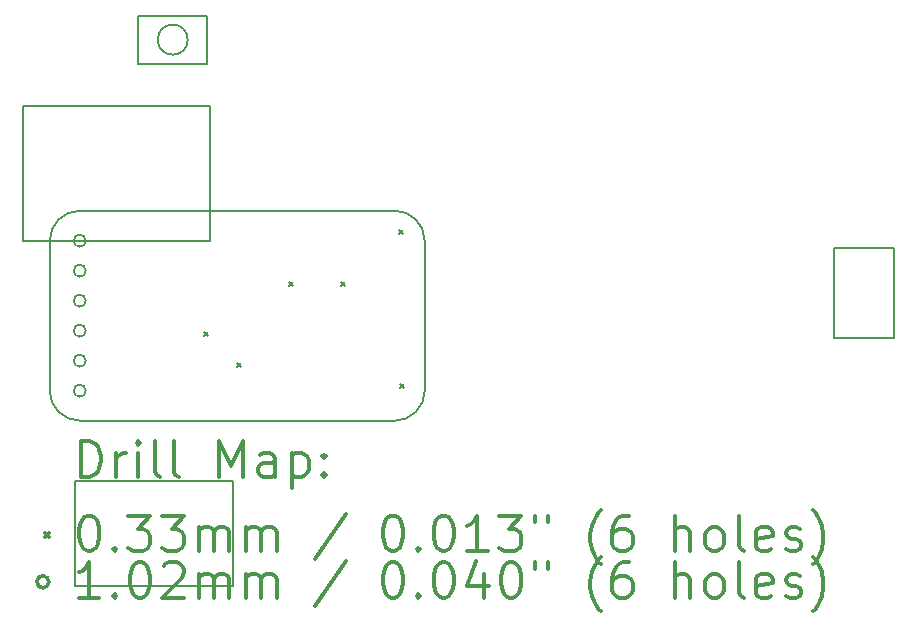
<source format=gbr>
G04 This is an RS-274x file exported by *
G04 gerbv version 2.6.0 *
G04 More information is available about gerbv at *
G04 http://gerbv.gpleda.org/ *
G04 --End of header info--*
%MOIN*%
%FSLAX34Y34*%
%IPPOS*%
G04 --Define apertures--*
%ADD10C,0.0050*%
%ADD11C,0.0060*%
%ADD12C,0.0079*%
%ADD13C,0.0118*%
%ADD14C,0.0138*%
%ADD15C,0.0059*%
G04 --Start main section--*
G54D11*
G01X0043100Y-036000D02*
G75*
G03X0042100Y-037000I0000000J-001000D01*
G01X0043100Y-043000D02*
G01X0053600Y-043000D01*
G01X0042100Y-037000D02*
G01X0042100Y-042000D01*
G01X0053600Y-036000D02*
G01X0043100Y-036000D01*
G01X0054600Y-037000D02*
G01X0054600Y-042000D01*
G01X0053600Y-043000D02*
G75*
G03X0054600Y-042000I0000000J0001000D01*
G01X0054600Y-037000D02*
G75*
G03X0053600Y-036000I-001000J0000000D01*
G01X0042100Y-042000D02*
G75*
G03X0043100Y-043000I0001000J0000000D01*
G54D12*
G01X0047235Y-040035D02*
G01X0047365Y-040165D01*
G01X0047365Y-040035D02*
G01X0047235Y-040165D01*
G01X0048335Y-041069D02*
G01X0048465Y-041199D01*
G01X0048465Y-041069D02*
G01X0048335Y-041199D01*
G01X0050065Y-038387D02*
G01X0050195Y-038517D01*
G01X0050195Y-038387D02*
G01X0050065Y-038517D01*
G01X0051801Y-038367D02*
G01X0051931Y-038497D01*
G01X0051931Y-038367D02*
G01X0051801Y-038497D01*
G01X0053753Y-036651D02*
G01X0053883Y-036781D01*
G01X0053883Y-036651D02*
G01X0053753Y-036781D01*
G01X0053763Y-041767D02*
G01X0053893Y-041897D01*
G01X0053893Y-041767D02*
G01X0053763Y-041897D01*
G01X0043300Y-037000D02*
G75*
G03X0043300Y-037000I-000200J0000000D01*
G01X0043300Y-038000D02*
G75*
G03X0043300Y-038000I-000200J0000000D01*
G01X0043300Y-039000D02*
G75*
G03X0043300Y-039000I-000200J0000000D01*
G01X0043300Y-040000D02*
G75*
G03X0043300Y-040000I-000200J0000000D01*
G01X0043300Y-041000D02*
G75*
G03X0043300Y-041000I-000200J0000000D01*
G01X0043300Y-042000D02*
G75*
G03X0043300Y-042000I-000200J0000000D01*
G54D13*
G01X0043139Y-044864D02*
G01X0043139Y-043682D01*
G01X0043139Y-043682D02*
G01X0043420Y-043682D01*
G01X0043420Y-043682D02*
G01X0043589Y-043739D01*
G01X0043589Y-043739D02*
G01X0043701Y-043851D01*
G01X0043701Y-043851D02*
G01X0043757Y-043964D01*
G01X0043757Y-043964D02*
G01X0043814Y-044189D01*
G01X0043814Y-044189D02*
G01X0043814Y-044357D01*
G01X0043814Y-044357D02*
G01X0043757Y-044582D01*
G01X0043757Y-044582D02*
G01X0043701Y-044695D01*
G01X0043701Y-044695D02*
G01X0043589Y-044807D01*
G01X0043589Y-044807D02*
G01X0043420Y-044864D01*
G01X0043420Y-044864D02*
G01X0043139Y-044864D01*
G01X0044320Y-044864D02*
G01X0044320Y-044076D01*
G01X0044320Y-044301D02*
G01X0044376Y-044189D01*
G01X0044376Y-044189D02*
G01X0044432Y-044132D01*
G01X0044432Y-044132D02*
G01X0044545Y-044076D01*
G01X0044545Y-044076D02*
G01X0044657Y-044076D01*
G01X0045051Y-044864D02*
G01X0045051Y-044076D01*
G01X0045051Y-043682D02*
G01X0044995Y-043739D01*
G01X0044995Y-043739D02*
G01X0045051Y-043795D01*
G01X0045051Y-043795D02*
G01X0045107Y-043739D01*
G01X0045107Y-043739D02*
G01X0045051Y-043682D01*
G01X0045051Y-043682D02*
G01X0045051Y-043795D01*
G01X0045782Y-044864D02*
G01X0045670Y-044807D01*
G01X0045670Y-044807D02*
G01X0045613Y-044695D01*
G01X0045613Y-044695D02*
G01X0045613Y-043682D01*
G01X0046401Y-044864D02*
G01X0046288Y-044807D01*
G01X0046288Y-044807D02*
G01X0046232Y-044695D01*
G01X0046232Y-044695D02*
G01X0046232Y-043682D01*
G01X0047751Y-044864D02*
G01X0047751Y-043682D01*
G01X0047751Y-043682D02*
G01X0048144Y-044526D01*
G01X0048144Y-044526D02*
G01X0048538Y-043682D01*
G01X0048538Y-043682D02*
G01X0048538Y-044864D01*
G01X0049607Y-044864D02*
G01X0049607Y-044245D01*
G01X0049607Y-044245D02*
G01X0049550Y-044132D01*
G01X0049550Y-044132D02*
G01X0049438Y-044076D01*
G01X0049438Y-044076D02*
G01X0049213Y-044076D01*
G01X0049213Y-044076D02*
G01X0049100Y-044132D01*
G01X0049607Y-044807D02*
G01X0049494Y-044864D01*
G01X0049494Y-044864D02*
G01X0049213Y-044864D01*
G01X0049213Y-044864D02*
G01X0049100Y-044807D01*
G01X0049100Y-044807D02*
G01X0049044Y-044695D01*
G01X0049044Y-044695D02*
G01X0049044Y-044582D01*
G01X0049044Y-044582D02*
G01X0049100Y-044470D01*
G01X0049100Y-044470D02*
G01X0049213Y-044414D01*
G01X0049213Y-044414D02*
G01X0049494Y-044414D01*
G01X0049494Y-044414D02*
G01X0049607Y-044357D01*
G01X0050169Y-044076D02*
G01X0050169Y-045257D01*
G01X0050169Y-044132D02*
G01X0050281Y-044076D01*
G01X0050281Y-044076D02*
G01X0050506Y-044076D01*
G01X0050506Y-044076D02*
G01X0050619Y-044132D01*
G01X0050619Y-044132D02*
G01X0050675Y-044189D01*
G01X0050675Y-044189D02*
G01X0050731Y-044301D01*
G01X0050731Y-044301D02*
G01X0050731Y-044639D01*
G01X0050731Y-044639D02*
G01X0050675Y-044751D01*
G01X0050675Y-044751D02*
G01X0050619Y-044807D01*
G01X0050619Y-044807D02*
G01X0050506Y-044864D01*
G01X0050506Y-044864D02*
G01X0050281Y-044864D01*
G01X0050281Y-044864D02*
G01X0050169Y-044807D01*
G01X0051238Y-044751D02*
G01X0051294Y-044807D01*
G01X0051294Y-044807D02*
G01X0051238Y-044864D01*
G01X0051238Y-044864D02*
G01X0051181Y-044807D01*
G01X0051181Y-044807D02*
G01X0051238Y-044751D01*
G01X0051238Y-044751D02*
G01X0051238Y-044864D01*
G01X0051238Y-044132D02*
G01X0051294Y-044189D01*
G01X0051294Y-044189D02*
G01X0051238Y-044245D01*
G01X0051238Y-044245D02*
G01X0051181Y-044189D01*
G01X0051181Y-044189D02*
G01X0051238Y-044132D01*
G01X0051238Y-044132D02*
G01X0051238Y-044245D01*
G01X0041940Y-046745D02*
G01X0042070Y-046875D01*
G01X0042070Y-046745D02*
G01X0041940Y-046875D01*
G01X0043364Y-046163D02*
G01X0043476Y-046163D01*
G01X0043476Y-046163D02*
G01X0043589Y-046219D01*
G01X0043589Y-046219D02*
G01X0043645Y-046275D01*
G01X0043645Y-046275D02*
G01X0043701Y-046388D01*
G01X0043701Y-046388D02*
G01X0043757Y-046613D01*
G01X0043757Y-046613D02*
G01X0043757Y-046894D01*
G01X0043757Y-046894D02*
G01X0043701Y-047119D01*
G01X0043701Y-047119D02*
G01X0043645Y-047231D01*
G01X0043645Y-047231D02*
G01X0043589Y-047288D01*
G01X0043589Y-047288D02*
G01X0043476Y-047344D01*
G01X0043476Y-047344D02*
G01X0043364Y-047344D01*
G01X0043364Y-047344D02*
G01X0043251Y-047288D01*
G01X0043251Y-047288D02*
G01X0043195Y-047231D01*
G01X0043195Y-047231D02*
G01X0043139Y-047119D01*
G01X0043139Y-047119D02*
G01X0043082Y-046894D01*
G01X0043082Y-046894D02*
G01X0043082Y-046613D01*
G01X0043082Y-046613D02*
G01X0043139Y-046388D01*
G01X0043139Y-046388D02*
G01X0043195Y-046275D01*
G01X0043195Y-046275D02*
G01X0043251Y-046219D01*
G01X0043251Y-046219D02*
G01X0043364Y-046163D01*
G01X0044263Y-047231D02*
G01X0044320Y-047288D01*
G01X0044320Y-047288D02*
G01X0044263Y-047344D01*
G01X0044263Y-047344D02*
G01X0044207Y-047288D01*
G01X0044207Y-047288D02*
G01X0044263Y-047231D01*
G01X0044263Y-047231D02*
G01X0044263Y-047344D01*
G01X0044713Y-046163D02*
G01X0045445Y-046163D01*
G01X0045445Y-046163D02*
G01X0045051Y-046613D01*
G01X0045051Y-046613D02*
G01X0045220Y-046613D01*
G01X0045220Y-046613D02*
G01X0045332Y-046669D01*
G01X0045332Y-046669D02*
G01X0045388Y-046725D01*
G01X0045388Y-046725D02*
G01X0045445Y-046838D01*
G01X0045445Y-046838D02*
G01X0045445Y-047119D01*
G01X0045445Y-047119D02*
G01X0045388Y-047231D01*
G01X0045388Y-047231D02*
G01X0045332Y-047288D01*
G01X0045332Y-047288D02*
G01X0045220Y-047344D01*
G01X0045220Y-047344D02*
G01X0044882Y-047344D01*
G01X0044882Y-047344D02*
G01X0044770Y-047288D01*
G01X0044770Y-047288D02*
G01X0044713Y-047231D01*
G01X0045838Y-046163D02*
G01X0046569Y-046163D01*
G01X0046569Y-046163D02*
G01X0046176Y-046613D01*
G01X0046176Y-046613D02*
G01X0046344Y-046613D01*
G01X0046344Y-046613D02*
G01X0046457Y-046669D01*
G01X0046457Y-046669D02*
G01X0046513Y-046725D01*
G01X0046513Y-046725D02*
G01X0046569Y-046838D01*
G01X0046569Y-046838D02*
G01X0046569Y-047119D01*
G01X0046569Y-047119D02*
G01X0046513Y-047231D01*
G01X0046513Y-047231D02*
G01X0046457Y-047288D01*
G01X0046457Y-047288D02*
G01X0046344Y-047344D01*
G01X0046344Y-047344D02*
G01X0046007Y-047344D01*
G01X0046007Y-047344D02*
G01X0045895Y-047288D01*
G01X0045895Y-047288D02*
G01X0045838Y-047231D01*
G01X0047076Y-047344D02*
G01X0047076Y-046556D01*
G01X0047076Y-046669D02*
G01X0047132Y-046613D01*
G01X0047132Y-046613D02*
G01X0047244Y-046556D01*
G01X0047244Y-046556D02*
G01X0047413Y-046556D01*
G01X0047413Y-046556D02*
G01X0047526Y-046613D01*
G01X0047526Y-046613D02*
G01X0047582Y-046725D01*
G01X0047582Y-046725D02*
G01X0047582Y-047344D01*
G01X0047582Y-046725D02*
G01X0047638Y-046613D01*
G01X0047638Y-046613D02*
G01X0047751Y-046556D01*
G01X0047751Y-046556D02*
G01X0047919Y-046556D01*
G01X0047919Y-046556D02*
G01X0048032Y-046613D01*
G01X0048032Y-046613D02*
G01X0048088Y-046725D01*
G01X0048088Y-046725D02*
G01X0048088Y-047344D01*
G01X0048650Y-047344D02*
G01X0048650Y-046556D01*
G01X0048650Y-046669D02*
G01X0048707Y-046613D01*
G01X0048707Y-046613D02*
G01X0048819Y-046556D01*
G01X0048819Y-046556D02*
G01X0048988Y-046556D01*
G01X0048988Y-046556D02*
G01X0049100Y-046613D01*
G01X0049100Y-046613D02*
G01X0049157Y-046725D01*
G01X0049157Y-046725D02*
G01X0049157Y-047344D01*
G01X0049157Y-046725D02*
G01X0049213Y-046613D01*
G01X0049213Y-046613D02*
G01X0049325Y-046556D01*
G01X0049325Y-046556D02*
G01X0049494Y-046556D01*
G01X0049494Y-046556D02*
G01X0049607Y-046613D01*
G01X0049607Y-046613D02*
G01X0049663Y-046725D01*
G01X0049663Y-046725D02*
G01X0049663Y-047344D01*
G01X0051969Y-046106D02*
G01X0050956Y-047625D01*
G01X0053487Y-046163D02*
G01X0053600Y-046163D01*
G01X0053600Y-046163D02*
G01X0053712Y-046219D01*
G01X0053712Y-046219D02*
G01X0053769Y-046275D01*
G01X0053769Y-046275D02*
G01X0053825Y-046388D01*
G01X0053825Y-046388D02*
G01X0053881Y-046613D01*
G01X0053881Y-046613D02*
G01X0053881Y-046894D01*
G01X0053881Y-046894D02*
G01X0053825Y-047119D01*
G01X0053825Y-047119D02*
G01X0053769Y-047231D01*
G01X0053769Y-047231D02*
G01X0053712Y-047288D01*
G01X0053712Y-047288D02*
G01X0053600Y-047344D01*
G01X0053600Y-047344D02*
G01X0053487Y-047344D01*
G01X0053487Y-047344D02*
G01X0053375Y-047288D01*
G01X0053375Y-047288D02*
G01X0053319Y-047231D01*
G01X0053319Y-047231D02*
G01X0053262Y-047119D01*
G01X0053262Y-047119D02*
G01X0053206Y-046894D01*
G01X0053206Y-046894D02*
G01X0053206Y-046613D01*
G01X0053206Y-046613D02*
G01X0053262Y-046388D01*
G01X0053262Y-046388D02*
G01X0053319Y-046275D01*
G01X0053319Y-046275D02*
G01X0053375Y-046219D01*
G01X0053375Y-046219D02*
G01X0053487Y-046163D01*
G01X0054387Y-047231D02*
G01X0054443Y-047288D01*
G01X0054443Y-047288D02*
G01X0054387Y-047344D01*
G01X0054387Y-047344D02*
G01X0054331Y-047288D01*
G01X0054331Y-047288D02*
G01X0054387Y-047231D01*
G01X0054387Y-047231D02*
G01X0054387Y-047344D01*
G01X0055175Y-046163D02*
G01X0055287Y-046163D01*
G01X0055287Y-046163D02*
G01X0055400Y-046219D01*
G01X0055400Y-046219D02*
G01X0055456Y-046275D01*
G01X0055456Y-046275D02*
G01X0055512Y-046388D01*
G01X0055512Y-046388D02*
G01X0055568Y-046613D01*
G01X0055568Y-046613D02*
G01X0055568Y-046894D01*
G01X0055568Y-046894D02*
G01X0055512Y-047119D01*
G01X0055512Y-047119D02*
G01X0055456Y-047231D01*
G01X0055456Y-047231D02*
G01X0055400Y-047288D01*
G01X0055400Y-047288D02*
G01X0055287Y-047344D01*
G01X0055287Y-047344D02*
G01X0055175Y-047344D01*
G01X0055175Y-047344D02*
G01X0055062Y-047288D01*
G01X0055062Y-047288D02*
G01X0055006Y-047231D01*
G01X0055006Y-047231D02*
G01X0054950Y-047119D01*
G01X0054950Y-047119D02*
G01X0054893Y-046894D01*
G01X0054893Y-046894D02*
G01X0054893Y-046613D01*
G01X0054893Y-046613D02*
G01X0054950Y-046388D01*
G01X0054950Y-046388D02*
G01X0055006Y-046275D01*
G01X0055006Y-046275D02*
G01X0055062Y-046219D01*
G01X0055062Y-046219D02*
G01X0055175Y-046163D01*
G01X0056693Y-047344D02*
G01X0056018Y-047344D01*
G01X0056356Y-047344D02*
G01X0056356Y-046163D01*
G01X0056356Y-046163D02*
G01X0056243Y-046331D01*
G01X0056243Y-046331D02*
G01X0056131Y-046444D01*
G01X0056131Y-046444D02*
G01X0056018Y-046500D01*
G01X0057087Y-046163D02*
G01X0057818Y-046163D01*
G01X0057818Y-046163D02*
G01X0057424Y-046613D01*
G01X0057424Y-046613D02*
G01X0057593Y-046613D01*
G01X0057593Y-046613D02*
G01X0057706Y-046669D01*
G01X0057706Y-046669D02*
G01X0057762Y-046725D01*
G01X0057762Y-046725D02*
G01X0057818Y-046838D01*
G01X0057818Y-046838D02*
G01X0057818Y-047119D01*
G01X0057818Y-047119D02*
G01X0057762Y-047231D01*
G01X0057762Y-047231D02*
G01X0057706Y-047288D01*
G01X0057706Y-047288D02*
G01X0057593Y-047344D01*
G01X0057593Y-047344D02*
G01X0057256Y-047344D01*
G01X0057256Y-047344D02*
G01X0057143Y-047288D01*
G01X0057143Y-047288D02*
G01X0057087Y-047231D01*
G01X0058268Y-046163D02*
G01X0058268Y-046388D01*
G01X0058718Y-046163D02*
G01X0058718Y-046388D01*
G01X0060461Y-047794D02*
G01X0060405Y-047738D01*
G01X0060405Y-047738D02*
G01X0060293Y-047569D01*
G01X0060293Y-047569D02*
G01X0060236Y-047456D01*
G01X0060236Y-047456D02*
G01X0060180Y-047288D01*
G01X0060180Y-047288D02*
G01X0060124Y-047006D01*
G01X0060124Y-047006D02*
G01X0060124Y-046781D01*
G01X0060124Y-046781D02*
G01X0060180Y-046500D01*
G01X0060180Y-046500D02*
G01X0060236Y-046331D01*
G01X0060236Y-046331D02*
G01X0060293Y-046219D01*
G01X0060293Y-046219D02*
G01X0060405Y-046050D01*
G01X0060405Y-046050D02*
G01X0060461Y-045994D01*
G01X0061418Y-046163D02*
G01X0061193Y-046163D01*
G01X0061193Y-046163D02*
G01X0061080Y-046219D01*
G01X0061080Y-046219D02*
G01X0061024Y-046275D01*
G01X0061024Y-046275D02*
G01X0060911Y-046444D01*
G01X0060911Y-046444D02*
G01X0060855Y-046669D01*
G01X0060855Y-046669D02*
G01X0060855Y-047119D01*
G01X0060855Y-047119D02*
G01X0060911Y-047231D01*
G01X0060911Y-047231D02*
G01X0060968Y-047288D01*
G01X0060968Y-047288D02*
G01X0061080Y-047344D01*
G01X0061080Y-047344D02*
G01X0061305Y-047344D01*
G01X0061305Y-047344D02*
G01X0061418Y-047288D01*
G01X0061418Y-047288D02*
G01X0061474Y-047231D01*
G01X0061474Y-047231D02*
G01X0061530Y-047119D01*
G01X0061530Y-047119D02*
G01X0061530Y-046838D01*
G01X0061530Y-046838D02*
G01X0061474Y-046725D01*
G01X0061474Y-046725D02*
G01X0061418Y-046669D01*
G01X0061418Y-046669D02*
G01X0061305Y-046613D01*
G01X0061305Y-046613D02*
G01X0061080Y-046613D01*
G01X0061080Y-046613D02*
G01X0060968Y-046669D01*
G01X0060968Y-046669D02*
G01X0060911Y-046725D01*
G01X0060911Y-046725D02*
G01X0060855Y-046838D01*
G01X0062936Y-047344D02*
G01X0062936Y-046163D01*
G01X0063442Y-047344D02*
G01X0063442Y-046725D01*
G01X0063442Y-046725D02*
G01X0063386Y-046613D01*
G01X0063386Y-046613D02*
G01X0063274Y-046556D01*
G01X0063274Y-046556D02*
G01X0063105Y-046556D01*
G01X0063105Y-046556D02*
G01X0062992Y-046613D01*
G01X0062992Y-046613D02*
G01X0062936Y-046669D01*
G01X0064173Y-047344D02*
G01X0064061Y-047288D01*
G01X0064061Y-047288D02*
G01X0064005Y-047231D01*
G01X0064005Y-047231D02*
G01X0063949Y-047119D01*
G01X0063949Y-047119D02*
G01X0063949Y-046781D01*
G01X0063949Y-046781D02*
G01X0064005Y-046669D01*
G01X0064005Y-046669D02*
G01X0064061Y-046613D01*
G01X0064061Y-046613D02*
G01X0064173Y-046556D01*
G01X0064173Y-046556D02*
G01X0064342Y-046556D01*
G01X0064342Y-046556D02*
G01X0064455Y-046613D01*
G01X0064455Y-046613D02*
G01X0064511Y-046669D01*
G01X0064511Y-046669D02*
G01X0064567Y-046781D01*
G01X0064567Y-046781D02*
G01X0064567Y-047119D01*
G01X0064567Y-047119D02*
G01X0064511Y-047231D01*
G01X0064511Y-047231D02*
G01X0064455Y-047288D01*
G01X0064455Y-047288D02*
G01X0064342Y-047344D01*
G01X0064342Y-047344D02*
G01X0064173Y-047344D01*
G01X0065242Y-047344D02*
G01X0065130Y-047288D01*
G01X0065130Y-047288D02*
G01X0065073Y-047175D01*
G01X0065073Y-047175D02*
G01X0065073Y-046163D01*
G01X0066142Y-047288D02*
G01X0066030Y-047344D01*
G01X0066030Y-047344D02*
G01X0065805Y-047344D01*
G01X0065805Y-047344D02*
G01X0065692Y-047288D01*
G01X0065692Y-047288D02*
G01X0065636Y-047175D01*
G01X0065636Y-047175D02*
G01X0065636Y-046725D01*
G01X0065636Y-046725D02*
G01X0065692Y-046613D01*
G01X0065692Y-046613D02*
G01X0065805Y-046556D01*
G01X0065805Y-046556D02*
G01X0066030Y-046556D01*
G01X0066030Y-046556D02*
G01X0066142Y-046613D01*
G01X0066142Y-046613D02*
G01X0066198Y-046725D01*
G01X0066198Y-046725D02*
G01X0066198Y-046838D01*
G01X0066198Y-046838D02*
G01X0065636Y-046950D01*
G01X0066648Y-047288D02*
G01X0066761Y-047344D01*
G01X0066761Y-047344D02*
G01X0066986Y-047344D01*
G01X0066986Y-047344D02*
G01X0067098Y-047288D01*
G01X0067098Y-047288D02*
G01X0067154Y-047175D01*
G01X0067154Y-047175D02*
G01X0067154Y-047119D01*
G01X0067154Y-047119D02*
G01X0067098Y-047006D01*
G01X0067098Y-047006D02*
G01X0066986Y-046950D01*
G01X0066986Y-046950D02*
G01X0066817Y-046950D01*
G01X0066817Y-046950D02*
G01X0066704Y-046894D01*
G01X0066704Y-046894D02*
G01X0066648Y-046781D01*
G01X0066648Y-046781D02*
G01X0066648Y-046725D01*
G01X0066648Y-046725D02*
G01X0066704Y-046613D01*
G01X0066704Y-046613D02*
G01X0066817Y-046556D01*
G01X0066817Y-046556D02*
G01X0066986Y-046556D01*
G01X0066986Y-046556D02*
G01X0067098Y-046613D01*
G01X0067548Y-047794D02*
G01X0067604Y-047738D01*
G01X0067604Y-047738D02*
G01X0067717Y-047569D01*
G01X0067717Y-047569D02*
G01X0067773Y-047456D01*
G01X0067773Y-047456D02*
G01X0067829Y-047288D01*
G01X0067829Y-047288D02*
G01X0067886Y-047006D01*
G01X0067886Y-047006D02*
G01X0067886Y-046781D01*
G01X0067886Y-046781D02*
G01X0067829Y-046500D01*
G01X0067829Y-046500D02*
G01X0067773Y-046331D01*
G01X0067773Y-046331D02*
G01X0067717Y-046219D01*
G01X0067717Y-046219D02*
G01X0067604Y-046050D01*
G01X0067604Y-046050D02*
G01X0067548Y-045994D01*
G01X0042070Y-048369D02*
G75*
G03X0042070Y-048369I-000200J0000000D01*
G01X0043757Y-048903D02*
G01X0043082Y-048903D01*
G01X0043420Y-048903D02*
G01X0043420Y-047722D01*
G01X0043420Y-047722D02*
G01X0043307Y-047891D01*
G01X0043307Y-047891D02*
G01X0043195Y-048003D01*
G01X0043195Y-048003D02*
G01X0043082Y-048059D01*
G01X0044263Y-048790D02*
G01X0044320Y-048847D01*
G01X0044320Y-048847D02*
G01X0044263Y-048903D01*
G01X0044263Y-048903D02*
G01X0044207Y-048847D01*
G01X0044207Y-048847D02*
G01X0044263Y-048790D01*
G01X0044263Y-048790D02*
G01X0044263Y-048903D01*
G01X0045051Y-047722D02*
G01X0045163Y-047722D01*
G01X0045163Y-047722D02*
G01X0045276Y-047778D01*
G01X0045276Y-047778D02*
G01X0045332Y-047834D01*
G01X0045332Y-047834D02*
G01X0045388Y-047947D01*
G01X0045388Y-047947D02*
G01X0045445Y-048172D01*
G01X0045445Y-048172D02*
G01X0045445Y-048453D01*
G01X0045445Y-048453D02*
G01X0045388Y-048678D01*
G01X0045388Y-048678D02*
G01X0045332Y-048790D01*
G01X0045332Y-048790D02*
G01X0045276Y-048847D01*
G01X0045276Y-048847D02*
G01X0045163Y-048903D01*
G01X0045163Y-048903D02*
G01X0045051Y-048903D01*
G01X0045051Y-048903D02*
G01X0044938Y-048847D01*
G01X0044938Y-048847D02*
G01X0044882Y-048790D01*
G01X0044882Y-048790D02*
G01X0044826Y-048678D01*
G01X0044826Y-048678D02*
G01X0044770Y-048453D01*
G01X0044770Y-048453D02*
G01X0044770Y-048172D01*
G01X0044770Y-048172D02*
G01X0044826Y-047947D01*
G01X0044826Y-047947D02*
G01X0044882Y-047834D01*
G01X0044882Y-047834D02*
G01X0044938Y-047778D01*
G01X0044938Y-047778D02*
G01X0045051Y-047722D01*
G01X0045895Y-047834D02*
G01X0045951Y-047778D01*
G01X0045951Y-047778D02*
G01X0046063Y-047722D01*
G01X0046063Y-047722D02*
G01X0046344Y-047722D01*
G01X0046344Y-047722D02*
G01X0046457Y-047778D01*
G01X0046457Y-047778D02*
G01X0046513Y-047834D01*
G01X0046513Y-047834D02*
G01X0046569Y-047947D01*
G01X0046569Y-047947D02*
G01X0046569Y-048059D01*
G01X0046569Y-048059D02*
G01X0046513Y-048228D01*
G01X0046513Y-048228D02*
G01X0045838Y-048903D01*
G01X0045838Y-048903D02*
G01X0046569Y-048903D01*
G01X0047076Y-048903D02*
G01X0047076Y-048115D01*
G01X0047076Y-048228D02*
G01X0047132Y-048172D01*
G01X0047132Y-048172D02*
G01X0047244Y-048115D01*
G01X0047244Y-048115D02*
G01X0047413Y-048115D01*
G01X0047413Y-048115D02*
G01X0047526Y-048172D01*
G01X0047526Y-048172D02*
G01X0047582Y-048284D01*
G01X0047582Y-048284D02*
G01X0047582Y-048903D01*
G01X0047582Y-048284D02*
G01X0047638Y-048172D01*
G01X0047638Y-048172D02*
G01X0047751Y-048115D01*
G01X0047751Y-048115D02*
G01X0047919Y-048115D01*
G01X0047919Y-048115D02*
G01X0048032Y-048172D01*
G01X0048032Y-048172D02*
G01X0048088Y-048284D01*
G01X0048088Y-048284D02*
G01X0048088Y-048903D01*
G01X0048650Y-048903D02*
G01X0048650Y-048115D01*
G01X0048650Y-048228D02*
G01X0048707Y-048172D01*
G01X0048707Y-048172D02*
G01X0048819Y-048115D01*
G01X0048819Y-048115D02*
G01X0048988Y-048115D01*
G01X0048988Y-048115D02*
G01X0049100Y-048172D01*
G01X0049100Y-048172D02*
G01X0049157Y-048284D01*
G01X0049157Y-048284D02*
G01X0049157Y-048903D01*
G01X0049157Y-048284D02*
G01X0049213Y-048172D01*
G01X0049213Y-048172D02*
G01X0049325Y-048115D01*
G01X0049325Y-048115D02*
G01X0049494Y-048115D01*
G01X0049494Y-048115D02*
G01X0049607Y-048172D01*
G01X0049607Y-048172D02*
G01X0049663Y-048284D01*
G01X0049663Y-048284D02*
G01X0049663Y-048903D01*
G01X0051969Y-047666D02*
G01X0050956Y-049184D01*
G01X0053487Y-047722D02*
G01X0053600Y-047722D01*
G01X0053600Y-047722D02*
G01X0053712Y-047778D01*
G01X0053712Y-047778D02*
G01X0053769Y-047834D01*
G01X0053769Y-047834D02*
G01X0053825Y-047947D01*
G01X0053825Y-047947D02*
G01X0053881Y-048172D01*
G01X0053881Y-048172D02*
G01X0053881Y-048453D01*
G01X0053881Y-048453D02*
G01X0053825Y-048678D01*
G01X0053825Y-048678D02*
G01X0053769Y-048790D01*
G01X0053769Y-048790D02*
G01X0053712Y-048847D01*
G01X0053712Y-048847D02*
G01X0053600Y-048903D01*
G01X0053600Y-048903D02*
G01X0053487Y-048903D01*
G01X0053487Y-048903D02*
G01X0053375Y-048847D01*
G01X0053375Y-048847D02*
G01X0053319Y-048790D01*
G01X0053319Y-048790D02*
G01X0053262Y-048678D01*
G01X0053262Y-048678D02*
G01X0053206Y-048453D01*
G01X0053206Y-048453D02*
G01X0053206Y-048172D01*
G01X0053206Y-048172D02*
G01X0053262Y-047947D01*
G01X0053262Y-047947D02*
G01X0053319Y-047834D01*
G01X0053319Y-047834D02*
G01X0053375Y-047778D01*
G01X0053375Y-047778D02*
G01X0053487Y-047722D01*
G01X0054387Y-048790D02*
G01X0054443Y-048847D01*
G01X0054443Y-048847D02*
G01X0054387Y-048903D01*
G01X0054387Y-048903D02*
G01X0054331Y-048847D01*
G01X0054331Y-048847D02*
G01X0054387Y-048790D01*
G01X0054387Y-048790D02*
G01X0054387Y-048903D01*
G01X0055175Y-047722D02*
G01X0055287Y-047722D01*
G01X0055287Y-047722D02*
G01X0055400Y-047778D01*
G01X0055400Y-047778D02*
G01X0055456Y-047834D01*
G01X0055456Y-047834D02*
G01X0055512Y-047947D01*
G01X0055512Y-047947D02*
G01X0055568Y-048172D01*
G01X0055568Y-048172D02*
G01X0055568Y-048453D01*
G01X0055568Y-048453D02*
G01X0055512Y-048678D01*
G01X0055512Y-048678D02*
G01X0055456Y-048790D01*
G01X0055456Y-048790D02*
G01X0055400Y-048847D01*
G01X0055400Y-048847D02*
G01X0055287Y-048903D01*
G01X0055287Y-048903D02*
G01X0055175Y-048903D01*
G01X0055175Y-048903D02*
G01X0055062Y-048847D01*
G01X0055062Y-048847D02*
G01X0055006Y-048790D01*
G01X0055006Y-048790D02*
G01X0054950Y-048678D01*
G01X0054950Y-048678D02*
G01X0054893Y-048453D01*
G01X0054893Y-048453D02*
G01X0054893Y-048172D01*
G01X0054893Y-048172D02*
G01X0054950Y-047947D01*
G01X0054950Y-047947D02*
G01X0055006Y-047834D01*
G01X0055006Y-047834D02*
G01X0055062Y-047778D01*
G01X0055062Y-047778D02*
G01X0055175Y-047722D01*
G01X0056581Y-048115D02*
G01X0056581Y-048903D01*
G01X0056299Y-047666D02*
G01X0056018Y-048509D01*
G01X0056018Y-048509D02*
G01X0056749Y-048509D01*
G01X0057424Y-047722D02*
G01X0057537Y-047722D01*
G01X0057537Y-047722D02*
G01X0057649Y-047778D01*
G01X0057649Y-047778D02*
G01X0057706Y-047834D01*
G01X0057706Y-047834D02*
G01X0057762Y-047947D01*
G01X0057762Y-047947D02*
G01X0057818Y-048172D01*
G01X0057818Y-048172D02*
G01X0057818Y-048453D01*
G01X0057818Y-048453D02*
G01X0057762Y-048678D01*
G01X0057762Y-048678D02*
G01X0057706Y-048790D01*
G01X0057706Y-048790D02*
G01X0057649Y-048847D01*
G01X0057649Y-048847D02*
G01X0057537Y-048903D01*
G01X0057537Y-048903D02*
G01X0057424Y-048903D01*
G01X0057424Y-048903D02*
G01X0057312Y-048847D01*
G01X0057312Y-048847D02*
G01X0057256Y-048790D01*
G01X0057256Y-048790D02*
G01X0057199Y-048678D01*
G01X0057199Y-048678D02*
G01X0057143Y-048453D01*
G01X0057143Y-048453D02*
G01X0057143Y-048172D01*
G01X0057143Y-048172D02*
G01X0057199Y-047947D01*
G01X0057199Y-047947D02*
G01X0057256Y-047834D01*
G01X0057256Y-047834D02*
G01X0057312Y-047778D01*
G01X0057312Y-047778D02*
G01X0057424Y-047722D01*
G01X0058268Y-047722D02*
G01X0058268Y-047947D01*
G01X0058718Y-047722D02*
G01X0058718Y-047947D01*
G01X0060461Y-049353D02*
G01X0060405Y-049297D01*
G01X0060405Y-049297D02*
G01X0060293Y-049128D01*
G01X0060293Y-049128D02*
G01X0060236Y-049015D01*
G01X0060236Y-049015D02*
G01X0060180Y-048847D01*
G01X0060180Y-048847D02*
G01X0060124Y-048565D01*
G01X0060124Y-048565D02*
G01X0060124Y-048340D01*
G01X0060124Y-048340D02*
G01X0060180Y-048059D01*
G01X0060180Y-048059D02*
G01X0060236Y-047891D01*
G01X0060236Y-047891D02*
G01X0060293Y-047778D01*
G01X0060293Y-047778D02*
G01X0060405Y-047609D01*
G01X0060405Y-047609D02*
G01X0060461Y-047553D01*
G01X0061418Y-047722D02*
G01X0061193Y-047722D01*
G01X0061193Y-047722D02*
G01X0061080Y-047778D01*
G01X0061080Y-047778D02*
G01X0061024Y-047834D01*
G01X0061024Y-047834D02*
G01X0060911Y-048003D01*
G01X0060911Y-048003D02*
G01X0060855Y-048228D01*
G01X0060855Y-048228D02*
G01X0060855Y-048678D01*
G01X0060855Y-048678D02*
G01X0060911Y-048790D01*
G01X0060911Y-048790D02*
G01X0060968Y-048847D01*
G01X0060968Y-048847D02*
G01X0061080Y-048903D01*
G01X0061080Y-048903D02*
G01X0061305Y-048903D01*
G01X0061305Y-048903D02*
G01X0061418Y-048847D01*
G01X0061418Y-048847D02*
G01X0061474Y-048790D01*
G01X0061474Y-048790D02*
G01X0061530Y-048678D01*
G01X0061530Y-048678D02*
G01X0061530Y-048397D01*
G01X0061530Y-048397D02*
G01X0061474Y-048284D01*
G01X0061474Y-048284D02*
G01X0061418Y-048228D01*
G01X0061418Y-048228D02*
G01X0061305Y-048172D01*
G01X0061305Y-048172D02*
G01X0061080Y-048172D01*
G01X0061080Y-048172D02*
G01X0060968Y-048228D01*
G01X0060968Y-048228D02*
G01X0060911Y-048284D01*
G01X0060911Y-048284D02*
G01X0060855Y-048397D01*
G01X0062936Y-048903D02*
G01X0062936Y-047722D01*
G01X0063442Y-048903D02*
G01X0063442Y-048284D01*
G01X0063442Y-048284D02*
G01X0063386Y-048172D01*
G01X0063386Y-048172D02*
G01X0063274Y-048115D01*
G01X0063274Y-048115D02*
G01X0063105Y-048115D01*
G01X0063105Y-048115D02*
G01X0062992Y-048172D01*
G01X0062992Y-048172D02*
G01X0062936Y-048228D01*
G01X0064173Y-048903D02*
G01X0064061Y-048847D01*
G01X0064061Y-048847D02*
G01X0064005Y-048790D01*
G01X0064005Y-048790D02*
G01X0063949Y-048678D01*
G01X0063949Y-048678D02*
G01X0063949Y-048340D01*
G01X0063949Y-048340D02*
G01X0064005Y-048228D01*
G01X0064005Y-048228D02*
G01X0064061Y-048172D01*
G01X0064061Y-048172D02*
G01X0064173Y-048115D01*
G01X0064173Y-048115D02*
G01X0064342Y-048115D01*
G01X0064342Y-048115D02*
G01X0064455Y-048172D01*
G01X0064455Y-048172D02*
G01X0064511Y-048228D01*
G01X0064511Y-048228D02*
G01X0064567Y-048340D01*
G01X0064567Y-048340D02*
G01X0064567Y-048678D01*
G01X0064567Y-048678D02*
G01X0064511Y-048790D01*
G01X0064511Y-048790D02*
G01X0064455Y-048847D01*
G01X0064455Y-048847D02*
G01X0064342Y-048903D01*
G01X0064342Y-048903D02*
G01X0064173Y-048903D01*
G01X0065242Y-048903D02*
G01X0065130Y-048847D01*
G01X0065130Y-048847D02*
G01X0065073Y-048734D01*
G01X0065073Y-048734D02*
G01X0065073Y-047722D01*
G01X0066142Y-048847D02*
G01X0066030Y-048903D01*
G01X0066030Y-048903D02*
G01X0065805Y-048903D01*
G01X0065805Y-048903D02*
G01X0065692Y-048847D01*
G01X0065692Y-048847D02*
G01X0065636Y-048734D01*
G01X0065636Y-048734D02*
G01X0065636Y-048284D01*
G01X0065636Y-048284D02*
G01X0065692Y-048172D01*
G01X0065692Y-048172D02*
G01X0065805Y-048115D01*
G01X0065805Y-048115D02*
G01X0066030Y-048115D01*
G01X0066030Y-048115D02*
G01X0066142Y-048172D01*
G01X0066142Y-048172D02*
G01X0066198Y-048284D01*
G01X0066198Y-048284D02*
G01X0066198Y-048397D01*
G01X0066198Y-048397D02*
G01X0065636Y-048509D01*
G01X0066648Y-048847D02*
G01X0066761Y-048903D01*
G01X0066761Y-048903D02*
G01X0066986Y-048903D01*
G01X0066986Y-048903D02*
G01X0067098Y-048847D01*
G01X0067098Y-048847D02*
G01X0067154Y-048734D01*
G01X0067154Y-048734D02*
G01X0067154Y-048678D01*
G01X0067154Y-048678D02*
G01X0067098Y-048565D01*
G01X0067098Y-048565D02*
G01X0066986Y-048509D01*
G01X0066986Y-048509D02*
G01X0066817Y-048509D01*
G01X0066817Y-048509D02*
G01X0066704Y-048453D01*
G01X0066704Y-048453D02*
G01X0066648Y-048340D01*
G01X0066648Y-048340D02*
G01X0066648Y-048284D01*
G01X0066648Y-048284D02*
G01X0066704Y-048172D01*
G01X0066704Y-048172D02*
G01X0066817Y-048115D01*
G01X0066817Y-048115D02*
G01X0066986Y-048115D01*
G01X0066986Y-048115D02*
G01X0067098Y-048172D01*
G01X0067548Y-049353D02*
G01X0067604Y-049297D01*
G01X0067604Y-049297D02*
G01X0067717Y-049128D01*
G01X0067717Y-049128D02*
G01X0067773Y-049015D01*
G01X0067773Y-049015D02*
G01X0067829Y-048847D01*
G01X0067829Y-048847D02*
G01X0067886Y-048565D01*
G01X0067886Y-048565D02*
G01X0067886Y-048340D01*
G01X0067886Y-048340D02*
G01X0067829Y-048059D01*
G01X0067829Y-048059D02*
G01X0067773Y-047891D01*
G01X0067773Y-047891D02*
G01X0067717Y-047778D01*
G01X0067717Y-047778D02*
G01X0067604Y-047609D01*
G01X0067604Y-047609D02*
G01X0067548Y-047553D01*
G01X0000000Y0000000D02*
G54D11*
G01X0043100Y-036000D02*
G75*
G03X0042100Y-037000I0000000J-001000D01*
G01X0043100Y-043000D02*
G01X0053600Y-043000D01*
G01X0042100Y-037000D02*
G01X0042100Y-042000D01*
G01X0053600Y-036000D02*
G01X0043100Y-036000D01*
G01X0054600Y-037000D02*
G01X0054600Y-042000D01*
G01X0053600Y-043000D02*
G75*
G03X0054600Y-042000I0000000J0001000D01*
G01X0054600Y-037000D02*
G75*
G03X0053600Y-036000I-001000J0000000D01*
G01X0042100Y-042000D02*
G75*
G03X0043100Y-043000I0001000J0000000D01*
G01X0000000Y0000000D02*
G54D15*
G01X0046700Y-030300D02*
G75*
G03X0046700Y-030300I-000500J0000000D01*
G01X0045050Y-031100D02*
G01X0045050Y-029500D01*
G01X0047350Y-031100D02*
G01X0045050Y-031100D01*
G01X0047350Y-029500D02*
G01X0047350Y-031100D01*
G01X0045050Y-029500D02*
G01X0047350Y-029500D01*
G01X0047450Y-037000D02*
G01X0041200Y-037000D01*
G01X0068250Y-040250D02*
G01X0068250Y-037250D01*
G01X0070250Y-040250D02*
G01X0068250Y-040250D01*
G01X0070250Y-037250D02*
G01X0070250Y-040250D01*
G01X0068250Y-037250D02*
G01X0070250Y-037250D01*
G01X0042950Y-048500D02*
G01X0042950Y-045000D01*
G01X0048200Y-048500D02*
G01X0042950Y-048500D01*
G01X0048200Y-045000D02*
G01X0048200Y-048500D01*
G01X0042950Y-045000D02*
G01X0048200Y-045000D01*
G01X0041200Y-037000D02*
G01X0041200Y-032500D01*
G01X0047450Y-032500D02*
G01X0047450Y-037000D01*
G01X0041200Y-032500D02*
G01X0047450Y-032500D01*
M02*

</source>
